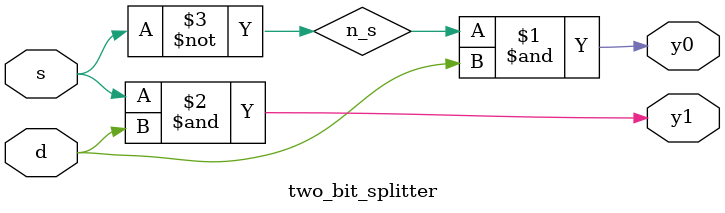
<source format=v>
`timescale 1ns / 1ps

module two_bit_splitter (
  input s,
  input d,
  output y0,
  output y1
);

  not(n_s, s);          // n_s = ~s;
  and(y0, n_s, d);      // y0 = n_s & d;
  and(y1, s, d);        // y1 = s & d;

endmodule
</source>
